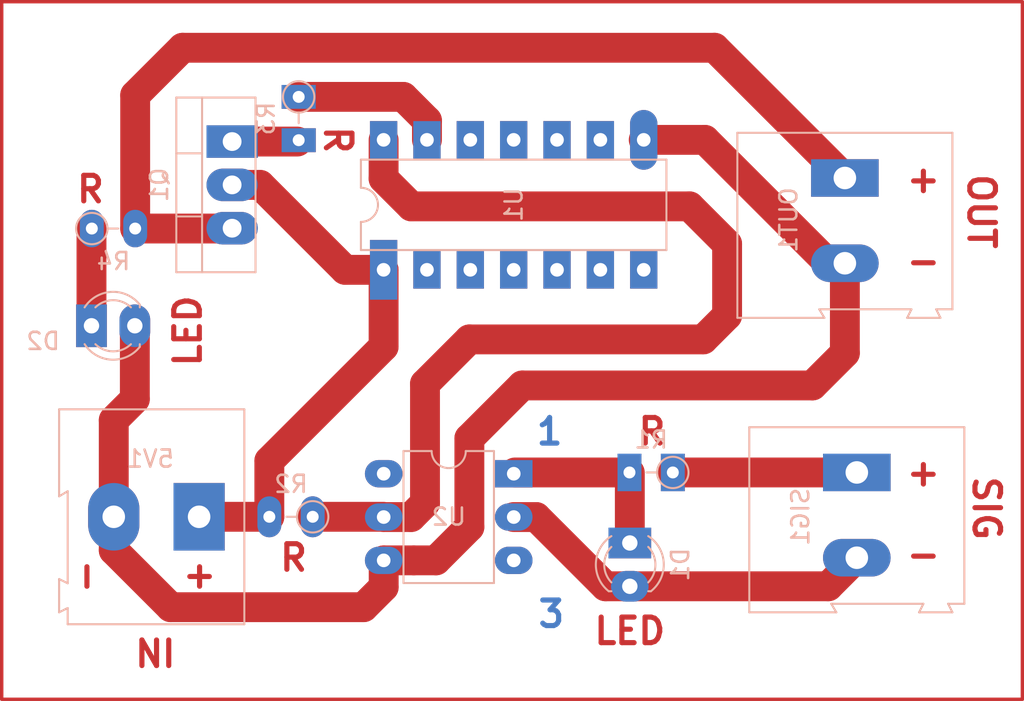
<source format=kicad_pcb>
(kicad_pcb (version 20211014) (generator pcbnew)
  (layers (0 "F.Cu" signal) (31 "B.Cu" signal) (34 "B.Paste" user) (35 "F.Paste" user) (36 "B.SilkS" user "B.Silkscreen") (37 "F.SilkS" user "F.Silkscreen") (38 "B.Mask" user) (39 "F.Mask" user) (44 "Edge.Cuts" user))
  (net 0 "")
  (net 1 "5v")
  (net 2 "GND")
  (net 3 "Net-(Q1-Pad1)")
  (net 4 "Net-(D1-Pad1)")
  (net 5 "Net-(R2-Pad1)")
  (net 6 "Net-(R3-Pad1)")
  (net 19 "Net-(SIG1-Pad1)")
  (net 20 "Net-(D1-Pad2)")
  (net 21 "Net-(D2-Pad2)")
  (net 22 "Net-(OUT1-Pad1)")
  (footprint "LED_THT:LED_D3.0mm_Clear" (layer "B.Cu") (at 127.6 95.5 180)
    (fp_text reference "D2" (at 5.375 -0.9) (layer "B.SilkS") (effects (justify mirror)))
    (fp_text value "LED")
    (fp_line (start -0.29 1.236) (end -0.29 1.08) (layer "B.SilkS") (width 0.12))
    (fp_line (start -0.29 -1.08) (end -0.29 -1.236) (layer "B.SilkS") (width 0.12))
    (fp_arc (start 0.229039 -1.08) (mid 1.270117 -1.5) (end 2.31113 -1.079837) (layer "B.SilkS") (width 0.12))
    (fp_arc (start -0.29 -1.235516) (mid 1.366487 -1.987659) (end 2.942335 -1.078608) (layer "B.SilkS") (width 0.12))
    (fp_arc (start 2.31113 1.079837) (mid 1.270117 1.5) (end 0.229039 1.08) (layer "B.SilkS") (width 0.12))
    (fp_arc (start 2.942335 1.078608) (mid 1.366487 1.987659) (end -0.29 1.235516) (layer "B.SilkS") (width 0.12))
    (pad "1" thru_hole oval (at 0 0 180) (size 1.8 2.5) (drill 0.9) (layers *.Cu *.Mask) (net 2 "GND"))
    (pad "2" thru_hole rect (at 2.54 0 180) (size 1.8 2.5) (drill 0.9) (layers *.Cu *.Mask) (net 21 "Net-(D2-Pad2)"))
  )
  (footprint "Package_TO_SOT_THT:TO-220-3_Vertical" (layer "B.Cu") (at 133.3 84.7 -90)
    (fp_text reference "Q1" (at 2.54 4.27 90) (layer "B.SilkS") (effects (justify mirror)))
    (fp_text value "TIP122")
    (fp_line (start -2.58 1.76) (end 7.66 1.76) (layer "B.SilkS") (width 0.12))
    (fp_line (start 4.391 3.27) (end 4.391 1.76) (layer "B.SilkS") (width 0.12))
    (fp_line (start -2.58 3.27) (end -2.58 -1.371) (layer "B.SilkS") (width 0.12))
    (fp_line (start -2.58 -1.371) (end 7.66 -1.371) (layer "B.SilkS") (width 0.12))
    (fp_line (start 0.69 3.27) (end 0.69 1.76) (layer "B.SilkS") (width 0.12))
    (fp_line (start 7.66 3.27) (end 7.66 -1.371) (layer "B.SilkS") (width 0.12))
    (fp_line (start -2.58 3.27) (end 7.66 3.27) (layer "B.SilkS") (width 0.12))
    (pad "1" thru_hole rect (at 0 0 270) (size 1.905 3) (drill 1.1) (layers *.Cu *.Mask) (net 3 "Net-(Q1-Pad1)"))
    (pad "2" thru_hole oval (at 2.54 0 270) (size 1.905 3) (drill 1.1) (layers *.Cu *.Mask) (net 1 "5v"))
    (pad "3" thru_hole oval (at 5.08 0 270) (size 1.905 3) (drill 1.1) (layers *.Cu *.Mask) (net 22 "Net-(OUT1-Pad1)"))
  )
  (footprint "Package_DIP:DIP-6_W7.62mm" (layer "B.Cu") (at 149.8 104.175 180)
    (fp_text reference "U2" (at 3.8 -2.525) (layer "B.SilkS") (effects (justify mirror)))
    (fp_text value "4N25")
    (fp_line (start 1.16 1.33) (end 1.16 -6.41) (layer "B.SilkS") (width 0.12))
    (fp_line (start 1.16 -6.41) (end 6.46 -6.41) (layer "B.SilkS") (width 0.12))
    (fp_line (start 6.46 -6.41) (end 6.46 1.33) (layer "B.SilkS") (width 0.12))
    (fp_line (start 2.81 1.33) (end 1.16 1.33) (layer "B.SilkS") (width 0.12))
    (fp_line (start 6.46 1.33) (end 4.81 1.33) (layer "B.SilkS") (width 0.12))
    (fp_arc (start 2.81 1.33) (mid 3.81 0.33) (end 4.81 1.33) (layer "B.SilkS") (width 0.12))
    (pad "1" thru_hole rect (at 0 0 180) (size 2.2 1.6) (drill 0.8) (layers *.Cu *.Mask) (net 20 "Net-(D1-Pad2)"))
    (pad "2" thru_hole oval (at 0 -2.54 180) (size 2.2 1.6) (drill 0.8) (layers *.Cu *.Mask) (net 4 "Net-(D1-Pad1)"))
    (pad "3" thru_hole oval (at 0 -5.08 180) (size 2.2 1.6) (drill 0.8) (layers *.Cu *.Mask))
    (pad "4" thru_hole oval (at 7.62 -5.08 180) (size 2.2 1.6) (drill 0.8) (layers *.Cu *.Mask) (net 2 "GND"))
    (pad "5" thru_hole oval (at 7.62 -2.54 180) (size 2.2 1.6) (drill 0.8) (layers *.Cu *.Mask) (net 5 "Net-(R2-Pad1)"))
    (pad "6" thru_hole oval (at 7.62 0 180) (size 2.2 1.6) (drill 0.8) (layers *.Cu *.Mask))
  )
  (footprint "LED_THT:LED_D3.0mm_Clear" (layer "B.Cu") (at 156.6 110.775 90)
    (fp_text reference "D1" (at 1.27 2.96 90) (layer "B.SilkS") (effects (justify mirror)))
    (fp_text value "LED")
    (fp_line (start -0.29 1.236) (end -0.29 1.08) (layer "B.SilkS") (width 0.12))
    (fp_line (start -0.29 -1.08) (end -0.29 -1.236) (layer "B.SilkS") (width 0.12))
    (fp_arc (start 2.31113 1.079837) (mid 1.270117 1.5) (end 0.229039 1.08) (layer "B.SilkS") (width 0.12))
    (fp_arc (start -0.29 -1.235516) (mid 1.366487 -1.987659) (end 2.942335 -1.078608) (layer "B.SilkS") (width 0.12))
    (fp_arc (start 2.942335 1.078608) (mid 1.366487 1.987659) (end -0.29 1.235516) (layer "B.SilkS") (width 0.12))
    (fp_arc (start 0.229039 -1.08) (mid 1.270117 -1.5) (end 2.31113 -1.079837) (layer "B.SilkS") (width 0.12))
    (pad "1" thru_hole oval (at 0 0 90) (size 1.8 2.2) (drill 0.9) (layers *.Cu *.Mask) (net 4 "Net-(D1-Pad1)"))
    (pad "2" thru_hole rect (at 2.54 0 90) (size 1.8 2.5) (drill 0.9) (layers *.Cu *.Mask) (net 20 "Net-(D1-Pad2)"))
  )
  (footprint "Resistor_THT:R_Axial_DIN0204_L3.6mm_D1.6mm_P2.54mm_Vertical" (layer "B.Cu") (at 125.08 89.8)
    (fp_text reference "R4" (at 1.27 1.92) (layer "B.SilkS") (effects (justify mirror)))
    (fp_text value "100")
    (fp_line (start 0.92 0) (end 1.54 0) (layer "B.SilkS") (width 0.12))
    (fp_circle (center 0 0) (end 0.92 0) (layer "B.SilkS") (width 0.12) (fill none))
    (pad "1" thru_hole oval (at 0 0) (size 1.4 2.2) (drill 0.7) (layers *.Cu *.Mask) (net 21 "Net-(D2-Pad2)"))
    (pad "2" thru_hole oval (at 2.54 0) (size 1.4 2.2) (drill 0.7) (layers *.Cu *.Mask) (net 22 "Net-(OUT1-Pad1)"))
  )
  (footprint "Resistor_THT:R_Axial_DIN0204_L3.6mm_D1.6mm_P2.54mm_Vertical" (layer "B.Cu") (at 138.02 106.7 180)
    (fp_text reference "R2" (at 1.27 1.92) (layer "B.SilkS") (effects (justify mirror)))
    (fp_text value "10k")
    (fp_line (start 0.92 0) (end 1.54 0) (layer "B.SilkS") (width 0.12))
    (fp_circle (center 0 0) (end 0.92 0) (layer "B.SilkS") (width 0.12) (fill none))
    (pad "1" thru_hole oval (at 0 0 180) (size 1.4 2.4) (drill 0.7) (layers *.Cu *.Mask) (net 5 "Net-(R2-Pad1)"))
    (pad "2" thru_hole oval (at 2.54 0 180) (size 1.4 2.4) (drill 0.7) (layers *.Cu *.Mask) (net 1 "5v"))
  )
  (footprint "Resistor_THT:R_Axial_DIN0204_L3.6mm_D1.6mm_P2.54mm_Vertical" (layer "B.Cu") (at 137.2 82.08 -90)
    (fp_text reference "R3" (at 1.27 1.92 90) (layer "B.SilkS") (effects (justify mirror)))
    (fp_text value "10")
    (fp_line (start 0.92 0) (end 1.54 0) (layer "B.SilkS") (width 0.12))
    (fp_circle (center 0 0) (end 0.92 0) (layer "B.SilkS") (width 0.12) (fill none))
    (pad "1" thru_hole rect (at 0 0 270) (size 1.4 2) (drill 0.7) (layers *.Cu *.Mask) (net 6 "Net-(R3-Pad1)"))
    (pad "2" thru_hole rect (at 2.54 0 270) (size 1.4 2) (drill 0.7) (layers *.Cu *.Mask) (net 3 "Net-(Q1-Pad1)"))
  )
  (footprint "TerminalBlock:TerminalBlock_Altech_AK300-2_P5.00mm" (layer "B.Cu") (at 169.9 104.1 -90)
    (fp_text reference "SIG1" (at 2.6 3.3 90) (layer "B.SilkS") (effects (justify mirror)))
    (fp_text value "Screw_Terminal_01x02")
    (fp_line (start 8.2 -5.6) (end 8.2 -3.7) (layer "B.SilkS") (width 0.12))
    (fp_line (start 7.7 -3.9) (end 7.7 1.5) (layer "B.SilkS") (width 0.12))
    (fp_line (start -2.65 6.3) (end -2.65 -6.3) (layer "B.SilkS") (width 0.12))
    (fp_line (start 7.7 1.5) (end 8.2 1.2) (layer "B.SilkS") (width 0.12))
    (fp_line (start 7.7 -6.3) (end 7.7 -5.35) (layer "B.SilkS") (width 0.12))
    (fp_line (start 7.7 -5.35) (end 8.2 -5.6) (layer "B.SilkS") (width 0.12))
    (fp_line (start 8.2 -3.7) (end 8.2 -3.65) (layer "B.SilkS") (width 0.12))
    (fp_line (start 8.2 6.3) (end -2.65 6.3) (layer "B.SilkS") (width 0.12))
    (fp_line (start -2.65 -6.3) (end 7.7 -6.3) (layer "B.SilkS") (width 0.12))
    (fp_line (start 8.2 1.2) (end 8.2 6.3) (layer "B.SilkS") (width 0.12))
    (fp_line (start 8.2 -3.65) (end 7.7 -3.9) (layer "B.SilkS") (width 0.12))
    (pad "1" thru_hole rect (at 0 0 270) (size 2.2 3.96) (drill 1.32) (layers *.Cu *.Mask) (net 19 "Net-(SIG1-Pad1)"))
    (pad "2" thru_hole oval (at 5 0 270) (size 2.2 3.96) (drill 1.32) (layers *.Cu *.Mask) (net 4 "Net-(D1-Pad1)"))
  )
  (footprint "TerminalBlock:TerminalBlock_Altech_AK300-2_P5.00mm" (layer "B.Cu") (at 169.2 86.835 -90)
    (fp_text reference "OUT1" (at 2.465 3.3 90) (layer "B.SilkS") (effects (justify mirror)))
    (fp_text value "Screw_Terminal_01x02")
    (fp_line (start -2.65 -6.3) (end 7.7 -6.3) (layer "B.SilkS") (width 0.12))
    (fp_line (start 8.2 -3.65) (end 7.7 -3.9) (layer "B.SilkS") (width 0.12))
    (fp_line (start 8.2 6.3) (end -2.65 6.3) (layer "B.SilkS") (width 0.12))
    (fp_line (start 8.2 -5.6) (end 8.2 -3.7) (layer "B.SilkS") (width 0.12))
    (fp_line (start 7.7 1.5) (end 8.2 1.2) (layer "B.SilkS") (width 0.12))
    (fp_line (start 7.7 -3.9) (end 7.7 1.5) (layer "B.SilkS") (width 0.12))
    (fp_line (start -2.65 6.3) (end -2.65 -6.3) (layer "B.SilkS") (width 0.12))
    (fp_line (start 8.2 1.2) (end 8.2 6.3) (layer "B.SilkS") (width 0.12))
    (fp_line (start 7.7 -5.35) (end 8.2 -5.6) (layer "B.SilkS") (width 0.12))
    (fp_line (start 7.7 -6.3) (end 7.7 -5.35) (layer "B.SilkS") (width 0.12))
    (fp_line (start 8.2 -3.7) (end 8.2 -3.65) (layer "B.SilkS") (width 0.12))
    (pad "1" thru_hole rect (at 0 0 270) (size 2.2 3.96) (drill 1.32) (layers *.Cu *.Mask) (net 22 "Net-(OUT1-Pad1)"))
    (pad "2" thru_hole oval (at 5 0 270) (size 2.2 3.96) (drill 1.32) (layers *.Cu *.Mask) (net 2 "GND"))
  )
  (footprint "TerminalBlock:TerminalBlock_Altech_AK300-2_P5.00mm" (layer "B.Cu") (at 131.365 106.7 180)
    (fp_text reference "5V1" (at 2.865 3.4) (layer "B.SilkS") (effects (justify mirror)))
    (fp_text value "Screw_Terminal_01x02")
    (fp_line (start 8.2 -3.65) (end 7.7 -3.9) (layer "B.SilkS") (width 0.12))
    (fp_line (start 8.2 1.2) (end 8.2 6.3) (layer "B.SilkS") (width 0.12))
    (fp_line (start -2.65 6.3) (end -2.65 -6.3) (layer "B.SilkS") (width 0.12))
    (fp_line (start 8.2 -3.7) (end 8.2 -3.65) (layer "B.SilkS") (width 0.12))
    (fp_line (start 7.7 -6.3) (end 7.7 -5.35) (layer "B.SilkS") (width 0.12))
    (fp_line (start 7.7 -5.35) (end 8.2 -5.6) (layer "B.SilkS") (width 0.12))
    (fp_line (start 7.7 1.5) (end 8.2 1.2) (layer "B.SilkS") (width 0.12))
    (fp_line (start -2.65 -6.3) (end 7.7 -6.3) (layer "B.SilkS") (width 0.12))
    (fp_line (start 8.2 6.3) (end -2.65 6.3) (layer "B.SilkS") (width 0.12))
    (fp_line (start 7.7 -3.9) (end 7.7 1.5) (layer "B.SilkS") (width 0.12))
    (fp_line (start 8.2 -5.6) (end 8.2 -3.7) (layer "B.SilkS") (width 0.12))
    (pad "1" thru_hole rect (at 0 0 180) (size 3 3.96) (drill 1.32) (layers *.Cu *.Mask) (net 1 "5v"))
    (pad "2" thru_hole oval (at 5 0 180) (size 3 3.96) (drill 1.32) (layers *.Cu *.Mask) (net 2 "GND"))
  )
  (footprint "Resistor_THT:R_Axial_DIN0204_L3.6mm_D1.6mm_P2.54mm_Vertical" (layer "B.Cu") (at 159.12 104.1 180)
    (fp_text reference "R1" (at 1.27 1.92) (layer "B.SilkS") (effects (justify mirror)))
    (fp_text value "100")
    (fp_line (start 0.92 0) (end 1.54 0) (layer "B.SilkS") (width 0.12))
    (fp_circle (center 0 0) (end 0.92 0) (layer "B.SilkS") (width 0.12) (fill none))
    (pad "1" thru_hole rect (at 0 0 180) (size 1.4 2.2) (drill 0.7) (layers *.Cu *.Mask) (net 19 "Net-(SIG1-Pad1)"))
    (pad "2" thru_hole rect (at 2.54 0 180) (size 1.4 2.2) (drill 0.7) (layers *.Cu *.Mask) (net 20 "Net-(D1-Pad2)"))
  )
  (footprint "Package_DIP:DIP-14_W7.62mm" (layer "B.Cu") (at 142.175 84.6 -90)
    (fp_text reference "U1" (at 3.8 -7.625 90) (layer "B.SilkS") (effects (justify mirror)))
    (fp_text value "40106")
    (fp_line (start 6.46 -16.57) (end 6.46 1.33) (layer "B.SilkS") (width 0.12))
    (fp_line (start 2.81 1.33) (end 1.16 1.33) (layer "B.SilkS") (width 0.12))
    (fp_line (start 1.16 1.33) (end 1.16 -16.57) (layer "B.SilkS") (width 0.12))
    (fp_line (start 1.16 -16.57) (end 6.46 -16.57) (layer "B.SilkS") (width 0.12))
    (fp_line (start 6.46 1.33) (end 4.81 1.33) (layer "B.SilkS") (width 0.12))
    (fp_arc (start 2.81 1.33) (mid 3.81 0.33) (end 4.81 1.33) (layer "B.SilkS") (width 0.12))
    (pad "1" thru_hole rect (at 0 0 270) (size 2.2 1.6) (drill 0.8) (layers *.Cu *.Mask) (net 5 "Net-(R2-Pad1)"))
    (pad "2" thru_hole rect (at 0 -2.54 270) (size 2.2 1.6) (drill 0.8) (layers *.Cu *.Mask) (net 6 "Net-(R3-Pad1)"))
    (pad "3" thru_hole rect (at 0 -5.08 270) (size 2.2 1.6) (drill 0.8) (layers *.Cu *.Mask))
    (pad "4" thru_hole rect (at 0 -7.62 270) (size 2.2 1.6) (drill 0.8) (layers *.Cu *.Mask))
    (pad "5" thru_hole rect (at 0 -10.16 270) (size 2.2 1.6) (drill 0.8) (layers *.Cu *.Mask))
    (pad "6" thru_hole rect (at 0 -12.7 270) (size 2.2 1.6) (drill 0.8) (layers *.Cu *.Mask))
    (pad "7" thru_hole oval (at 0 -15.24 270) (size 3.5 1.6) (drill 0.8) (layers *.Cu *.Mask) (net 2 "GND"))
    (pad "8" thru_hole rect (at 7.62 -15.24 270) (size 2.2 1.6) (drill 0.8) (layers *.Cu *.Mask))
    (pad "9" thru_hole rect (at 7.62 -12.7 270) (size 2.2 1.6) (drill 0.8) (layers *.Cu *.Mask))
    (pad "10" thru_hole rect (at 7.62 -10.16 270) (size 2.2 1.6) (drill 0.8) (layers *.Cu *.Mask))
    (pad "11" thru_hole rect (at 7.62 -7.62 270) (size 2.2 1.6) (drill 0.8) (layers *.Cu *.Mask))
    (pad "12" thru_hole rect (at 7.62 -5.08 270) (size 2.2 1.6) (drill 0.8) (layers *.Cu *.Mask))
    (pad "13" thru_hole rect (at 7.62 -2.54 270) (size 2.2 1.6) (drill 0.8) (layers *.Cu *.Mask))
    (pad "14" thru_hole rect (at 7.62 0 270) (size 3.5 1.6) (drill 0.8) (layers *.Cu *.Mask) (net 1 "5v"))
  )
  (gr_rect (start 119.8 117.4) (end 179.6 76.5) (layer "F.Cu") (width 0.2) (fill none))
  (gr_text "+\n" (at 173.8 104.1) (layer "F.Cu") (effects (font (size 1.5 1.5) (thickness 0.3))))
  (gr_text "-" (at 173.8 91.7) (layer "F.Cu") (effects (font (size 1.5 1.5) (thickness 0.3))))
  (gr_text "SIG" (at 177.5 106.2 -90) (layer "F.Cu") (effects (font (size 1.5 1.5) (thickness 0.3))))
  (gr_text "R\n" (at 136.9 109.1) (layer "F.Cu") (effects (font (size 1.5 1.5) (thickness 0.3))))
  (gr_text "R\n" (at 139.5 84.6 -90) (layer "F.Cu") (effects (font (size 1.5 1.5) (thickness 0.3))))
  (gr_text "R\n" (at 157.9 101.7) (layer "F.Cu") (effects (font (size 1.5 1.5) (thickness 0.3))))
  (gr_text "R\n" (at 125 87.5) (layer "F.Cu") (effects (font (size 1.5 1.5) (thickness 0.3))))
  (gr_text "-" (at 173.8 108.9) (layer "F.Cu") (effects (font (size 1.5 1.5) (thickness 0.3))))
  (gr_text "LED" (at 156.6 113.4) (layer "F.Cu") (effects (font (size 1.5 1.5) (thickness 0.3))))
  (gr_text "-" (at 124.9 110.2 -90) (layer "F.Cu") (effects (font (size 1.5 1.5) (thickness 0.3))))
  (gr_text "+\n" (at 173.8 86.9) (layer "F.Cu") (effects (font (size 1.5 1.5) (thickness 0.3))))
  (gr_text "IN\n" (at 128.8 114.6 -180) (layer "F.Cu") (effects (font (size 1.5 1.5) (thickness 0.3))))
  (gr_text "OUT" (at 177.2 88.8 -90) (layer "F.Cu") (effects (font (size 1.5 1.5) (thickness 0.3))))
  (gr_text "LED" (at 130.7 95.8 -270) (layer "F.Cu") (effects (font (size 1.5 1.5) (thickness 0.3))))
  (gr_text "+\n" (at 131.5 110.2 -90) (layer "F.Cu") (effects (font (size 1.5 1.5) (thickness 0.3))))
  (gr_text "1" (at 151.9 101.7) (layer "B.Cu") (effects (font (size 1.5 1.5) (thickness 0.3))))
  (gr_text "3" (at 152 112.4) (layer "B.Cu") (effects (font (size 1.5 1.5) (thickness 0.3))))
  (segment (start 139.92 92.22) (end 142.175 92.22) (width 1.75) (layer "F.Cu") (net 1))
  (segment (start 131.365 106.7) (end 135.48 106.7) (width 1.75) (layer "F.Cu") (net 1))
  (segment (start 135.48 103.42) (end 142.175 96.725) (width 1.75) (layer "F.Cu") (net 1))
  (segment (start 133.3 87.24) (end 134.94 87.24) (width 1.75) (layer "F.Cu") (net 1))
  (segment (start 142.175 96.725) (end 142.175 92.22) (width 1.75) (layer "F.Cu") (net 1))
  (segment (start 135.48 106.7) (end 135.48 103.42) (width 1.75) (layer "F.Cu") (net 1))
  (segment (start 134.94 87.24) (end 139.92 92.22) (width 1.75) (layer "F.Cu") (net 1))
  (segment (start 167.3 99) (end 169.2 97.1) (width 1.75) (layer "F.Cu") (net 2))
  (segment (start 147.2 107.3) (end 147.2 102.1) (width 1.75) (layer "F.Cu") (net 2))
  (segment (start 145.245 109.255) (end 147.2 107.3) (width 1.75) (layer "F.Cu") (net 2))
  (segment (start 129.7 112) (end 141 112) (width 1.75) (layer "F.Cu") (net 2))
  (segment (start 161 84.6) (end 168.235 91.835) (width 1.75) (layer "F.Cu") (net 2))
  (segment (start 143.945 109.255) (end 145.245 109.255) (width 1.75) (layer "F.Cu") (net 2))
  (segment (start 147.2 102.1) (end 150.3 99) (width 1.75) (layer "F.Cu") (net 2))
  (segment (start 157.415 84.6) (end 161 84.6) (width 1.75) (layer "F.Cu") (net 2))
  (segment (start 127.6 95.5) (end 127.6 99.8) (width 1.75) (layer "F.Cu") (net 2))
  (segment (start 126.365 108.665) (end 129.7 112) (width 1.75) (layer "F.Cu") (net 2))
  (segment (start 142.18 110.82) (end 142.18 109.255) (width 1.75) (layer "F.Cu") (net 2))
  (segment (start 168.235 91.835) (end 169.2 91.835) (width 1.25) (layer "F.Cu") (net 2))
  (segment (start 141 112) (end 142.18 110.82) (width 1.75) (layer "F.Cu") (net 2))
  (segment (start 169.2 97.1) (end 169.2 91.835) (width 1.75) (layer "F.Cu") (net 2))
  (segment (start 126.365 106.7) (end 126.365 108.665) (width 1.75) (layer "F.Cu") (net 2))
  (segment (start 127.6 99.8) (end 126.365 101.035) (width 1.75) (layer "F.Cu") (net 2))
  (segment (start 142.18 109.255) (end 143.945 109.255) (width 1.75) (layer "F.Cu") (net 2))
  (segment (start 126.365 101.035) (end 126.365 106.7) (width 1.75) (layer "F.Cu") (net 2))
  (segment (start 150.3 99) (end 167.3 99) (width 1.75) (layer "F.Cu") (net 2))
  (segment (start 133.3 84.7) (end 137.12 84.7) (width 1.75) (layer "F.Cu") (net 3))
  (segment (start 137.12 84.7) (end 137.2 84.62) (width 1.25) (layer "F.Cu") (net 3))
  (segment (start 168.225 110.775) (end 169.9 109.1) (width 1.75) (layer "F.Cu") (net 4))
  (segment (start 156.6 110.775) (end 168.225 110.775) (width 1.75) (layer "F.Cu") (net 4))
  (segment (start 155.175 110.775) (end 151.115 106.715) (width 1.75) (layer "F.Cu") (net 4))
  (segment (start 151.115 106.715) (end 149.8 106.715) (width 1.75) (layer "F.Cu") (net 4))
  (segment (start 156.6 110.775) (end 155.175 110.775) (width 1.75) (layer "F.Cu") (net 4))
  (segment (start 162.3 94.9) (end 162.3 90.7) (width 1.75) (layer "F.Cu") (net 5))
  (segment (start 144.6 98.9) (end 147.2 96.3) (width 1.75) (layer "F.Cu") (net 5))
  (segment (start 160.9 96.3) (end 162.3 94.9) (width 1.75) (layer "F.Cu") (net 5))
  (segment (start 143.8 88.5) (end 142.175 86.875) (width 1.75) (layer "F.Cu") (net 5))
  (segment (start 142.18 106.715) (end 143.785 106.715) (width 1.75) (layer "F.Cu") (net 5))
  (segment (start 143.785 106.715) (end 144.6 105.9) (width 1.75) (layer "F.Cu") (net 5))
  (segment (start 160.1 88.5) (end 143.8 88.5) (width 1.75) (layer "F.Cu") (net 5))
  (segment (start 162.3 90.7) (end 160.1 88.5) (width 1.75) (layer "F.Cu") (net 5))
  (segment (start 147.2 96.3) (end 160.9 96.3) (width 1.75) (layer "F.Cu") (net 5))
  (segment (start 138.02 106.7) (end 142.165 106.7) (width 1.75) (layer "F.Cu") (net 5))
  (segment (start 142.175 86.875) (end 142.175 84.6) (width 1.75) (layer "F.Cu") (net 5))
  (segment (start 142.165 106.7) (end 142.18 106.715) (width 1.25) (layer "F.Cu") (net 5))
  (segment (start 144.6 105.9) (end 144.6 98.9) (width 1.75) (layer "F.Cu") (net 5))
  (segment (start 144.715 83.46863) (end 144.715 84.6) (width 1.75) (layer "F.Cu") (net 6))
  (segment (start 137.2 82.08) (end 143.32637 82.08) (width 1.75) (layer "F.Cu") (net 6))
  (segment (start 143.32637 82.08) (end 144.715 83.46863) (width 1.75) (layer "F.Cu") (net 6))
  (segment (start 159.12 104.1) (end 169.9 104.1) (width 1.75) (layer "F.Cu") (net 19))
  (segment (start 156.6 108.235) (end 156.6 104.12) (width 1.75) (layer "F.Cu") (net 20))
  (segment (start 156.58 104.1) (end 149.875 104.1) (width 1.75) (layer "F.Cu") (net 20))
  (segment (start 156.6 104.12) (end 156.58 104.1) (width 1.25) (layer "F.Cu") (net 20))
  (segment (start 149.875 104.1) (end 149.8 104.175) (width 1.25) (layer "F.Cu") (net 20))
  (segment (start 125.06 95.5) (end 125.06 89.82) (width 1.75) (layer "F.Cu") (net 21))
  (segment (start 125.06 89.82) (end 125.08 89.8) (width 1.25) (layer "F.Cu") (net 21))
  (segment (start 169.2 86.835) (end 161.565 79.2) (width 1.75) (layer "F.Cu") (net 22))
  (segment (start 127.62 89.8) (end 133.28 89.8) (width 1.75) (layer "F.Cu") (net 22))
  (segment (start 161.565 79.2) (end 130.4 79.2) (width 1.75) (layer "F.Cu") (net 22))
  (segment (start 127.62 81.98) (end 127.62 89.8) (width 1.75) (layer "F.Cu") (net 22))
  (segment (start 133.28 89.8) (end 133.3 89.78) (width 1.25) (layer "F.Cu") (net 22))
  (segment (start 130.4 79.2) (end 127.62 81.98) (width 1.75) (layer "F.Cu") (net 22))
)
</source>
